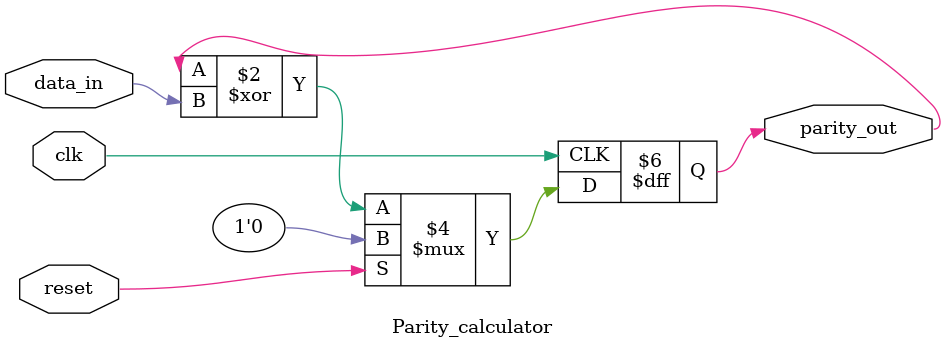
<source format=v>

module Parity_calculator ( 
    input wire data_in,
    input wire clk,
    input wire reset,
    output reg parity_out
);

    always @(posedge clk) begin
        if (reset) begin
            parity_out <= 1'b0; // Reset parity output
        end else  parity_out <= parity_out ^ data_in; // XOR all bits for even parity
    end

endmodule // Parity_calculator
</source>
